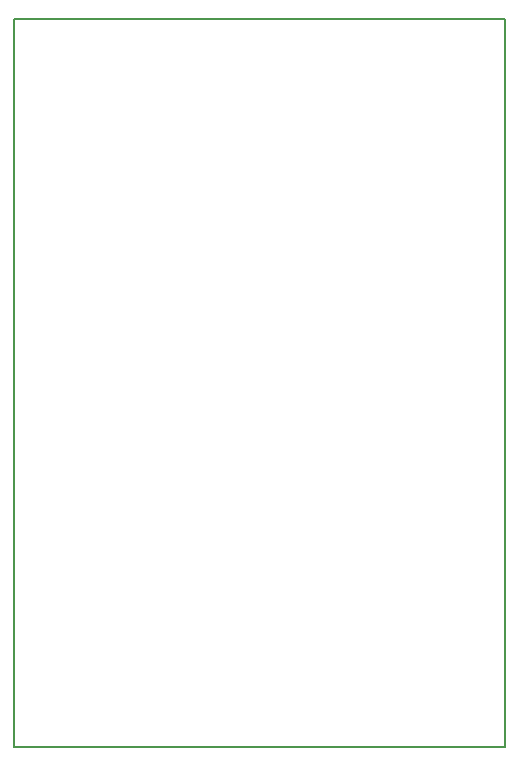
<source format=gbo>
G04 MADE WITH FRITZING*
G04 WWW.FRITZING.ORG*
G04 DOUBLE SIDED*
G04 HOLES PLATED*
G04 CONTOUR ON CENTER OF CONTOUR VECTOR*
%ASAXBY*%
%FSLAX23Y23*%
%MOIN*%
%OFA0B0*%
%SFA1.0B1.0*%
%ADD10R,1.645670X2.433070X1.629670X2.417070*%
%ADD11C,0.008000*%
%LNSILK0*%
G90*
G70*
G54D11*
X4Y2429D02*
X1642Y2429D01*
X1642Y4D01*
X4Y4D01*
X4Y2429D01*
D02*
G04 End of Silk0*
M02*
</source>
